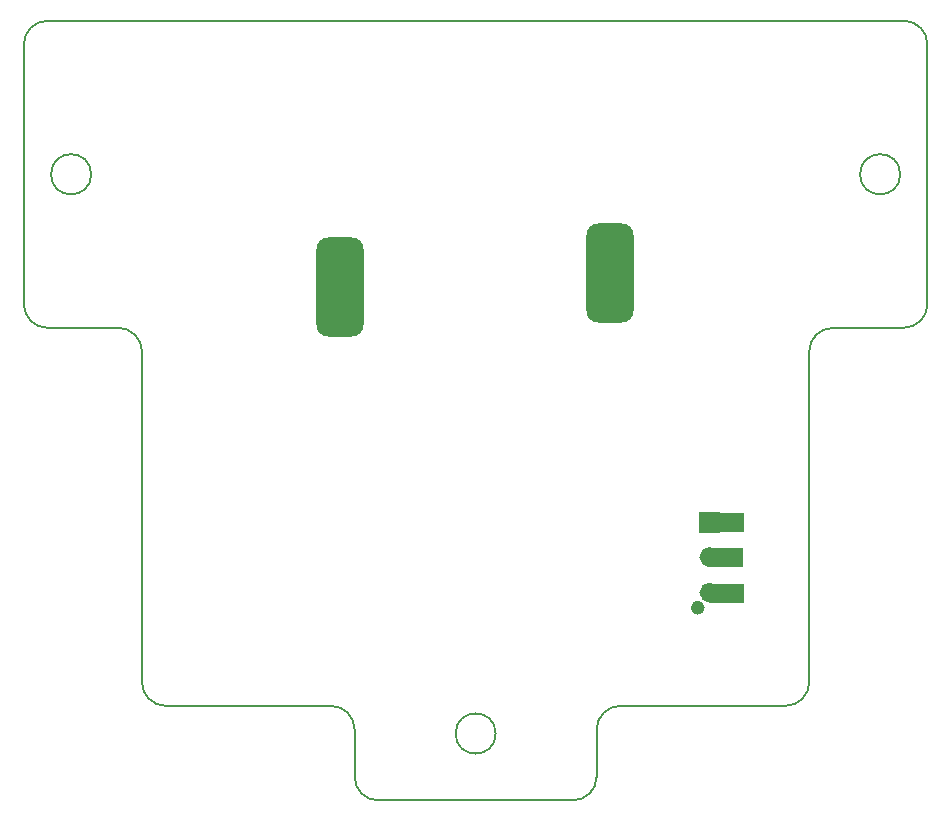
<source format=gbs>
G04 #@! TF.GenerationSoftware,KiCad,Pcbnew,9.0.0*
G04 #@! TF.CreationDate,2026-01-23T14:49:33+07:00*
G04 #@! TF.ProjectId,Power_management_V2,506f7765-725f-46d6-916e-6167656d656e,rev?*
G04 #@! TF.SameCoordinates,Original*
G04 #@! TF.FileFunction,Soldermask,Bot*
G04 #@! TF.FilePolarity,Negative*
%FSLAX46Y46*%
G04 Gerber Fmt 4.6, Leading zero omitted, Abs format (unit mm)*
G04 Created by KiCad (PCBNEW 9.0.0) date 2026-01-23 14:49:33*
%MOMM*%
%LPD*%
G01*
G04 APERTURE LIST*
G04 Aperture macros list*
%AMRoundRect*
0 Rectangle with rounded corners*
0 $1 Rounding radius*
0 $2 $3 $4 $5 $6 $7 $8 $9 X,Y pos of 4 corners*
0 Add a 4 corners polygon primitive as box body*
4,1,4,$2,$3,$4,$5,$6,$7,$8,$9,$2,$3,0*
0 Add four circle primitives for the rounded corners*
1,1,$1+$1,$2,$3*
1,1,$1+$1,$4,$5*
1,1,$1+$1,$6,$7*
1,1,$1+$1,$8,$9*
0 Add four rect primitives between the rounded corners*
20,1,$1+$1,$2,$3,$4,$5,0*
20,1,$1+$1,$4,$5,$6,$7,0*
20,1,$1+$1,$6,$7,$8,$9,0*
20,1,$1+$1,$8,$9,$2,$3,0*%
G04 Aperture macros list end*
%ADD10C,0.010000*%
%ADD11C,0.586200*%
%ADD12C,0.836200*%
%ADD13C,1.020000*%
%ADD14RoundRect,1.000000X1.000000X3.200000X-1.000000X3.200000X-1.000000X-3.200000X1.000000X-3.200000X0*%
G04 #@! TA.AperFunction,Profile*
%ADD15C,0.200000*%
G04 #@! TD*
G04 #@! TA.AperFunction,Profile*
%ADD16C,0.150000*%
G04 #@! TD*
G04 APERTURE END LIST*
D10*
X139955100Y-96359800D02*
X142870100Y-96359800D01*
X142870100Y-97879800D01*
X139955100Y-97879800D01*
X139955100Y-96359800D01*
G36*
X139955100Y-96359800D02*
G01*
X142870100Y-96359800D01*
X142870100Y-97879800D01*
X139955100Y-97879800D01*
X139955100Y-96359800D01*
G37*
X140087000Y-99359800D02*
X142932000Y-99359800D01*
X142932000Y-100879800D01*
X140087000Y-100879800D01*
X140087000Y-99359800D01*
G36*
X140087000Y-99359800D02*
G01*
X142932000Y-99359800D01*
X142932000Y-100879800D01*
X140087000Y-100879800D01*
X140087000Y-99359800D01*
G37*
X140057000Y-93359800D02*
X142902000Y-93359800D01*
X142902000Y-94879800D01*
X140057000Y-94879800D01*
X140057000Y-93359800D01*
G36*
X140057000Y-93359800D02*
G01*
X142902000Y-93359800D01*
X142902000Y-94879800D01*
X140057000Y-94879800D01*
X140057000Y-93359800D01*
G37*
D11*
X139400100Y-101399800D02*
G75*
G02*
X138813900Y-101399800I-293100J0D01*
G01*
X138813900Y-101399800D02*
G75*
G02*
X139400100Y-101399800I293100J0D01*
G01*
D12*
X140505100Y-97119800D02*
G75*
G02*
X139668900Y-97119800I-418100J0D01*
G01*
X139668900Y-97119800D02*
G75*
G02*
X140505100Y-97119800I418100J0D01*
G01*
X140505100Y-100119800D02*
G75*
G02*
X139668900Y-100119800I-418100J0D01*
G01*
X139668900Y-100119800D02*
G75*
G02*
X140505100Y-100119800I418100J0D01*
G01*
D10*
X140923200Y-94956000D02*
X139250800Y-94956000D01*
X139250800Y-93283600D01*
X140923200Y-93283600D01*
X140923200Y-94956000D01*
G36*
X140923200Y-94956000D02*
G01*
X139250800Y-94956000D01*
X139250800Y-93283600D01*
X140923200Y-93283600D01*
X140923200Y-94956000D01*
G37*
D13*
X139107000Y-101399800D03*
D14*
X131702000Y-73053800D03*
X108802000Y-74203800D03*
D15*
X148552000Y-79699800D02*
X148552000Y-107699800D01*
X108052001Y-109699800D02*
G75*
G02*
X110052000Y-111699799I-1J-2000000D01*
G01*
X84051999Y-51699800D02*
X156552000Y-51699800D01*
X84051998Y-77699800D02*
G75*
G02*
X82052000Y-75699802I2J2000000D01*
G01*
X92052000Y-107699802D02*
X92052000Y-79699799D01*
X148552000Y-107699800D02*
G75*
G02*
X146552000Y-109699800I-2000000J0D01*
G01*
X148552000Y-79699800D02*
G75*
G02*
X150552000Y-77699800I2000000J0D01*
G01*
D16*
X156252000Y-64699800D02*
G75*
G02*
X152852000Y-64699800I-1700000J0D01*
G01*
X152852000Y-64699800D02*
G75*
G02*
X156252000Y-64699800I1700000J0D01*
G01*
D15*
X130552000Y-115699800D02*
G75*
G02*
X128552000Y-117699800I-2000000J0D01*
G01*
X112051998Y-117699800D02*
X128552000Y-117699800D01*
X112051998Y-117699800D02*
G75*
G02*
X110052000Y-115699802I2J2000000D01*
G01*
X146552000Y-109699800D02*
X132552000Y-109699800D01*
X156552000Y-77699800D02*
X150552000Y-77699800D01*
X82052000Y-53699799D02*
X82052000Y-75699802D01*
X108052001Y-109699800D02*
X94051998Y-109699800D01*
X94051998Y-109699800D02*
G75*
G02*
X92052000Y-107699802I2J2000000D01*
G01*
D16*
X122002000Y-112049800D02*
G75*
G02*
X118602000Y-112049800I-1700000J0D01*
G01*
X118602000Y-112049800D02*
G75*
G02*
X122002000Y-112049800I1700000J0D01*
G01*
D15*
X158552000Y-75699800D02*
X158552000Y-53699800D01*
X82052000Y-53699799D02*
G75*
G02*
X84051999Y-51699800I2000000J-1D01*
G01*
D16*
X87752000Y-64699800D02*
G75*
G02*
X84352000Y-64699800I-1700000J0D01*
G01*
X84352000Y-64699800D02*
G75*
G02*
X87752000Y-64699800I1700000J0D01*
G01*
D15*
X110052000Y-115699802D02*
X110052000Y-111699799D01*
X158552000Y-75699800D02*
G75*
G02*
X156552000Y-77699800I-2000000J0D01*
G01*
X130552000Y-111699800D02*
G75*
G02*
X132552000Y-109699800I2000000J0D01*
G01*
X156552000Y-51699800D02*
G75*
G02*
X158552000Y-53699800I0J-2000000D01*
G01*
X130552000Y-111699800D02*
X130552000Y-115699800D01*
X90052001Y-77699800D02*
G75*
G02*
X92052000Y-79699799I-1J-2000000D01*
G01*
X90052001Y-77699800D02*
X84051998Y-77699800D01*
M02*

</source>
